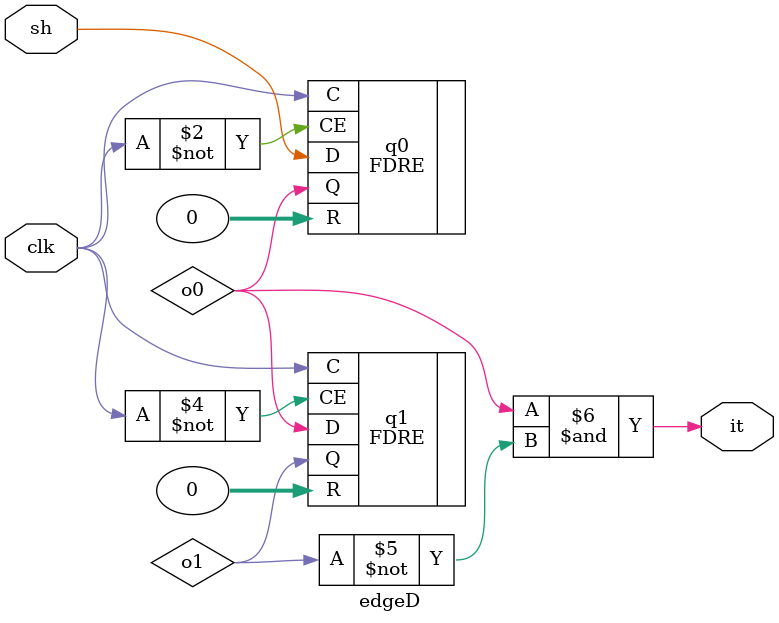
<source format=v>
`timescale 1ns / 1ps


//edge detector
//outputs a high signal for one clock cycle
//on input to sh of sequence 01
//output line on it

module edgeD(
    input clk, //clock
    input sh, //input
    output it //output high for 1 clock
    );

    wire o0, o1;
    
    //first bit
    FDRE #(.INIT(1'b0) ) q0 (.C(clk), .R(0), .CE(~clk), .D(sh), .Q(o0));
    //second bit
    FDRE #(.INIT(1'b0) ) q1 (.C(clk), .R(0), .CE(~clk), .D(o0), .Q(o1));

   assign it = o0 & ~o1;
    
endmodule

</source>
